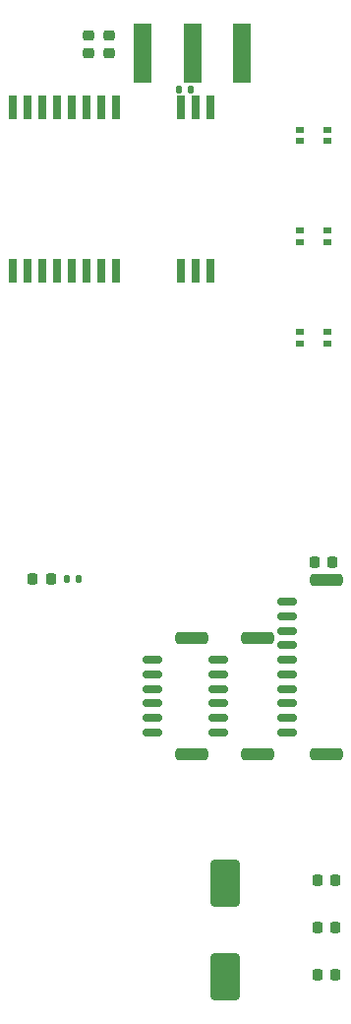
<source format=gbp>
%TF.GenerationSoftware,KiCad,Pcbnew,(6.0.1)*%
%TF.CreationDate,2022-06-27T00:16:49+02:00*%
%TF.ProjectId,kp-ptr,6b702d70-7472-42e6-9b69-6361645f7063,rev?*%
%TF.SameCoordinates,Original*%
%TF.FileFunction,Paste,Bot*%
%TF.FilePolarity,Positive*%
%FSLAX46Y46*%
G04 Gerber Fmt 4.6, Leading zero omitted, Abs format (unit mm)*
G04 Created by KiCad (PCBNEW (6.0.1)) date 2022-06-27 00:16:49*
%MOMM*%
%LPD*%
G01*
G04 APERTURE LIST*
G04 Aperture macros list*
%AMRoundRect*
0 Rectangle with rounded corners*
0 $1 Rounding radius*
0 $2 $3 $4 $5 $6 $7 $8 $9 X,Y pos of 4 corners*
0 Add a 4 corners polygon primitive as box body*
4,1,4,$2,$3,$4,$5,$6,$7,$8,$9,$2,$3,0*
0 Add four circle primitives for the rounded corners*
1,1,$1+$1,$2,$3*
1,1,$1+$1,$4,$5*
1,1,$1+$1,$6,$7*
1,1,$1+$1,$8,$9*
0 Add four rect primitives between the rounded corners*
20,1,$1+$1,$2,$3,$4,$5,0*
20,1,$1+$1,$4,$5,$6,$7,0*
20,1,$1+$1,$6,$7,$8,$9,0*
20,1,$1+$1,$8,$9,$2,$3,0*%
G04 Aperture macros list end*
%ADD10RoundRect,0.250000X1.000000X-1.750000X1.000000X1.750000X-1.000000X1.750000X-1.000000X-1.750000X0*%
%ADD11R,0.800000X2.000000*%
%ADD12RoundRect,0.150000X0.700000X-0.150000X0.700000X0.150000X-0.700000X0.150000X-0.700000X-0.150000X0*%
%ADD13RoundRect,0.250000X1.150000X-0.250000X1.150000X0.250000X-1.150000X0.250000X-1.150000X-0.250000X0*%
%ADD14RoundRect,0.135000X-0.135000X-0.185000X0.135000X-0.185000X0.135000X0.185000X-0.135000X0.185000X0*%
%ADD15R,0.736600X0.609600*%
%ADD16R,1.500000X5.080000*%
%ADD17RoundRect,0.218750X-0.256250X0.218750X-0.256250X-0.218750X0.256250X-0.218750X0.256250X0.218750X0*%
%ADD18RoundRect,0.218750X0.218750X0.256250X-0.218750X0.256250X-0.218750X-0.256250X0.218750X-0.256250X0*%
%ADD19RoundRect,0.218750X-0.218750X-0.256250X0.218750X-0.256250X0.218750X0.256250X-0.218750X0.256250X0*%
%ADD20RoundRect,0.147500X-0.147500X-0.172500X0.147500X-0.172500X0.147500X0.172500X-0.147500X0.172500X0*%
G04 APERTURE END LIST*
D10*
%TO.C,C34*%
X161696400Y-113968500D03*
X161696400Y-105968500D03*
%TD*%
D11*
%TO.C,IC1*%
X160434800Y-53278800D03*
X159164800Y-53278800D03*
X157894800Y-53278800D03*
X152324800Y-53278800D03*
X151054800Y-53278800D03*
X149784800Y-53278800D03*
X148514800Y-53278800D03*
X147244800Y-53278800D03*
X145974800Y-53278800D03*
X144704800Y-53278800D03*
X143434800Y-53278800D03*
X143434800Y-39278800D03*
X144704800Y-39278800D03*
X145974800Y-39278800D03*
X147244800Y-39278800D03*
X148514800Y-39278800D03*
X149784800Y-39278800D03*
X151054800Y-39278800D03*
X152324800Y-39278800D03*
X157894800Y-39278800D03*
X159164800Y-39278800D03*
X160434800Y-39278800D03*
%TD*%
D12*
%TO.C,J7*%
X167050000Y-93001000D03*
X167050000Y-91751000D03*
X167050000Y-90501000D03*
X167050000Y-89251000D03*
X167050000Y-88001000D03*
X167050000Y-86751000D03*
X167050000Y-85501000D03*
X167050000Y-84251000D03*
X167050000Y-83001000D03*
X167050000Y-81751000D03*
D13*
X170400000Y-79901000D03*
X170400000Y-94851000D03*
%TD*%
D14*
%TO.C,R14*%
X148080000Y-79756000D03*
X149100000Y-79756000D03*
%TD*%
D15*
%TO.C,D15*%
X170484800Y-41156001D03*
X170484800Y-42155999D03*
X168097200Y-42155999D03*
X168097200Y-41156001D03*
%TD*%
D16*
%TO.C,J5*%
X158877000Y-34594800D03*
X163127000Y-34594800D03*
X154627000Y-34594800D03*
%TD*%
D17*
%TO.C,D12*%
X149910800Y-33045300D03*
X149910800Y-34620300D03*
%TD*%
D12*
%TO.C,J8*%
X161150000Y-93001000D03*
X161150000Y-91751000D03*
X161150000Y-90501000D03*
X161150000Y-89251000D03*
X161150000Y-88001000D03*
X161150000Y-86751000D03*
D13*
X164500000Y-84901000D03*
X164500000Y-94851000D03*
%TD*%
D18*
%TO.C,D7*%
X171221500Y-105714800D03*
X169646500Y-105714800D03*
%TD*%
D17*
%TO.C,D8*%
X151688800Y-33045300D03*
X151688800Y-34620300D03*
%TD*%
D19*
%TO.C,D1*%
X145135500Y-79756000D03*
X146710500Y-79756000D03*
%TD*%
D12*
%TO.C,J6*%
X155450000Y-93001000D03*
X155450000Y-91751000D03*
X155450000Y-90501000D03*
X155450000Y-89251000D03*
X155450000Y-88001000D03*
X155450000Y-86751000D03*
D13*
X158800000Y-84901000D03*
X158800000Y-94851000D03*
%TD*%
D20*
%TO.C,D9*%
X157757000Y-37693600D03*
X158727000Y-37693600D03*
%TD*%
D15*
%TO.C,D13*%
X170484800Y-58555001D03*
X170484800Y-59554999D03*
X168097200Y-59554999D03*
X168097200Y-58555001D03*
%TD*%
%TO.C,D14*%
X170484800Y-49855501D03*
X170484800Y-50855499D03*
X168097200Y-50855499D03*
X168097200Y-49855501D03*
%TD*%
D18*
%TO.C,D5*%
X171221500Y-113842800D03*
X169646500Y-113842800D03*
%TD*%
%TO.C,D10*%
X170967500Y-78359000D03*
X169392500Y-78359000D03*
%TD*%
%TO.C,D6*%
X171221500Y-109778800D03*
X169646500Y-109778800D03*
%TD*%
M02*

</source>
